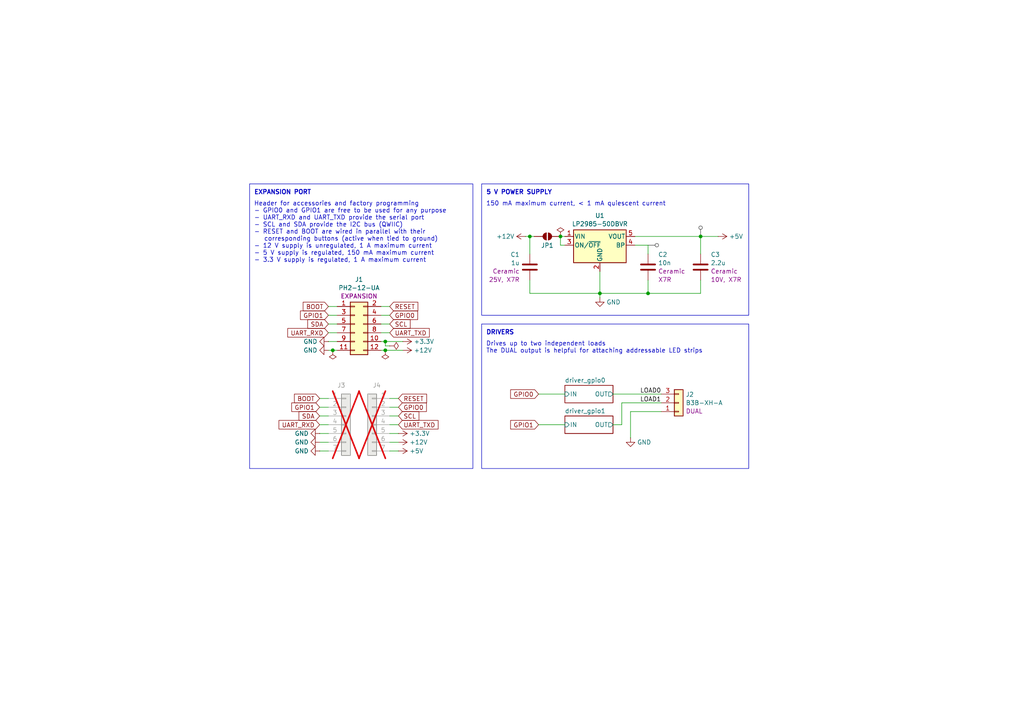
<source format=kicad_sch>
(kicad_sch (version 20231120) (generator "eeschema") (generator_version "8.0")
  (paper "A4")
  (title_block (title "Minuet Lighting and Load Accessory") (date "2025-02") (rev "2.1"))
  (lib_symbols
    (symbol "Connector_Generic:Conn_01x03" (pin_names (offset 1.016) hide)
      (property "Reference" "J" (at 0 5.08 0))
      (property "Value" "Conn_01x03" (at 0 -5.08 0))
      (symbol "Conn_01x03_1_1"
        (rectangle (start -1.27 -2.413) (end 0 -2.667) (stroke (width 0.1524)))
        (rectangle (start -1.27 0.127) (end 0 -0.127) (stroke (width 0.1524)))
        (rectangle (start -1.27 2.667) (end 0 2.413) (stroke (width 0.1524)))
        (rectangle (start -1.27 3.81) (end 1.27 -3.81) (stroke (width 0.254)) (fill (type background)))
        (pin passive line (at -5.08 2.54 0) (length 3.81) (name "Pin_1") (number "1"))
        (pin passive line (at -5.08 0 0) (length 3.81) (name "Pin_2") (number "2"))
        (pin passive line (at -5.08 -2.54 0) (length 3.81) (name "Pin_3") (number "3"))
      )
    )
    (symbol "Connector_Generic:Conn_01x07" (pin_names (offset 1.016) hide)
      (property "Reference" "J" (at 0 10.16 0))
      (property "Value" "Conn_01x07" (at 0 -10.16 0))
      (symbol "Conn_01x07_1_1"
        (rectangle (start -1.27 -7.493) (end 0 -7.747) (stroke (width 0.1524)))
        (rectangle (start -1.27 -4.953) (end 0 -5.207) (stroke (width 0.1524)))
        (rectangle (start -1.27 -2.413) (end 0 -2.667) (stroke (width 0.1524)))
        (rectangle (start -1.27 0.127) (end 0 -0.127) (stroke (width 0.1524)))
        (rectangle (start -1.27 2.667) (end 0 2.413) (stroke (width 0.1524)))
        (rectangle (start -1.27 5.207) (end 0 4.953) (stroke (width 0.1524)))
        (rectangle (start -1.27 7.747) (end 0 7.493) (stroke (width 0.1524)))
        (rectangle (start -1.27 8.89) (end 1.27 -8.89) (stroke (width 0.254)) (fill (type background)))
        (pin passive line (at -5.08 7.62 0) (length 3.81) (name "Pin_1") (number "1"))
        (pin passive line (at -5.08 5.08 0) (length 3.81) (name "Pin_2") (number "2"))
        (pin passive line (at -5.08 2.54 0) (length 3.81) (name "Pin_3") (number "3"))
        (pin passive line (at -5.08 0 0) (length 3.81) (name "Pin_4") (number "4"))
        (pin passive line (at -5.08 -2.54 0) (length 3.81) (name "Pin_5") (number "5"))
        (pin passive line (at -5.08 -5.08 0) (length 3.81) (name "Pin_6") (number "6"))
        (pin passive line (at -5.08 -7.62 0) (length 3.81) (name "Pin_7") (number "7"))
      )
    )
    (symbol "Connector_Generic:Conn_02x06_Odd_Even" (pin_names (offset 1.016) hide)
      (property "Reference" "J" (at 1.27 7.62 0))
      (property "Value" "Conn_02x06_Odd_Even" (at 1.27 -10.16 0))
      (symbol "Conn_02x06_Odd_Even_1_1"
        (rectangle (start -1.27 -7.493) (end 0 -7.747) (stroke (width 0.1524)))
        (rectangle (start -1.27 -4.953) (end 0 -5.207) (stroke (width 0.1524)))
        (rectangle (start -1.27 -2.413) (end 0 -2.667) (stroke (width 0.1524)))
        (rectangle (start -1.27 0.127) (end 0 -0.127) (stroke (width 0.1524)))
        (rectangle (start -1.27 2.667) (end 0 2.413) (stroke (width 0.1524)))
        (rectangle (start -1.27 5.207) (end 0 4.953) (stroke (width 0.1524)))
        (rectangle (start -1.27 6.35) (end 3.81 -8.89) (stroke (width 0.254)) (fill (type background)))
        (rectangle (start 3.81 -7.493) (end 2.54 -7.747) (stroke (width 0.1524)))
        (rectangle (start 3.81 -4.953) (end 2.54 -5.207) (stroke (width 0.1524)))
        (rectangle (start 3.81 -2.413) (end 2.54 -2.667) (stroke (width 0.1524)))
        (rectangle (start 3.81 0.127) (end 2.54 -0.127) (stroke (width 0.1524)))
        (rectangle (start 3.81 2.667) (end 2.54 2.413) (stroke (width 0.1524)))
        (rectangle (start 3.81 5.207) (end 2.54 4.953) (stroke (width 0.1524)))
        (pin passive line (at -5.08 5.08 0) (length 3.81) (name "Pin_1") (number "1"))
        (pin passive line (at 7.62 -5.08 180) (length 3.81) (name "Pin_10") (number "10"))
        (pin passive line (at -5.08 -7.62 0) (length 3.81) (name "Pin_11") (number "11"))
        (pin passive line (at 7.62 -7.62 180) (length 3.81) (name "Pin_12") (number "12"))
        (pin passive line (at 7.62 5.08 180) (length 3.81) (name "Pin_2") (number "2"))
        (pin passive line (at -5.08 2.54 0) (length 3.81) (name "Pin_3") (number "3"))
        (pin passive line (at 7.62 2.54 180) (length 3.81) (name "Pin_4") (number "4"))
        (pin passive line (at -5.08 0 0) (length 3.81) (name "Pin_5") (number "5"))
        (pin passive line (at 7.62 0 180) (length 3.81) (name "Pin_6") (number "6"))
        (pin passive line (at -5.08 -2.54 0) (length 3.81) (name "Pin_7") (number "7"))
        (pin passive line (at 7.62 -2.54 180) (length 3.81) (name "Pin_8") (number "8"))
        (pin passive line (at -5.08 -5.08 0) (length 3.81) (name "Pin_9") (number "9"))
      )
    )
    (symbol "Device:C" (pin_numbers hide) (pin_names (offset 0.254))
      (property "Reference" "C" (at 0.635 2.54 0))
      (property "Value" "C" (at 0.635 -2.54 0))
      (symbol "C_0_1"
        (polyline (pts (xy -2.032 -0.762) (xy 2.032 -0.762)) (stroke (width 0.508)))
        (polyline (pts (xy -2.032 0.762) (xy 2.032 0.762)) (stroke (width 0.508)))
      )
      (symbol "C_1_1"
        (pin passive line (at 0 3.81 270) (length 2.794) (name "~") (number "1"))
        (pin passive line (at 0 -3.81 90) (length 2.794) (name "~") (number "2"))
      )
    )
    (symbol "Jumper:SolderJumper_2_Open" (pin_numbers hide) (pin_names (offset 0) hide) (exclude_from_sim yes) (in_bom no)
      (property "Reference" "JP" (at 0 2.032 0))
      (property "Value" "SolderJumper_2_Open" (at 0 -2.54 0))
      (symbol "SolderJumper_2_Open_0_1"
        (arc (start -0.254 1.016) (mid -1.2656 0) (end -0.254 -1.016))
        (arc (start -0.254 1.016) (mid -1.2656 0) (end -0.254 -1.016) (fill (type outline)))
        (polyline (pts (xy -0.254 1.016) (xy -0.254 -1.016)))
        (polyline (pts (xy 0.254 1.016) (xy 0.254 -1.016)))
        (arc (start 0.254 -1.016) (mid 1.2656 0) (end 0.254 1.016))
        (arc (start 0.254 -1.016) (mid 1.2656 0) (end 0.254 1.016) (fill (type outline)))
      )
      (symbol "SolderJumper_2_Open_1_1"
        (pin passive line (at -3.81 0 0) (length 2.54) (name "A") (number "1"))
        (pin passive line (at 3.81 0 180) (length 2.54) (name "B") (number "2"))
      )
    )
    (symbol "Regulator_Linear:LP2985-5.0" (pin_names (offset 0.254))
      (property "Reference" "U" (at -6.35 5.715 0))
      (property "Value" "LP2985-5.0" (at 0 5.715 0))
      (symbol "LP2985-5.0_0_1"
        (rectangle (start -7.62 -5.08) (end 7.62 4.445) (stroke (width 0.254)) (fill (type background)))
      )
      (symbol "LP2985-5.0_1_1"
        (pin power_in line (at -10.16 2.54 0) (length 2.54) (name "VIN") (number "1"))
        (pin power_in line (at 0 -7.62 90) (length 2.54) (name "GND") (number "2"))
        (pin input line (at -10.16 0 0) (length 2.54) (name "ON/~{OFF}") (number "3"))
        (pin input line (at 10.16 0 180) (length 2.54) (name "BP") (number "4"))
        (pin power_out line (at 10.16 2.54 180) (length 2.54) (name "VOUT") (number "5"))
      )
    )
    (symbol "power:+12V" (power) (pin_numbers hide) (pin_names (offset 0) hide)
      (property "Value" "+12V" (at 0 3.556 0))
      (symbol "+12V_0_1"
        (polyline (pts (xy -0.762 1.27) (xy 0 2.54)))
        (polyline (pts (xy 0 0) (xy 0 2.54)))
        (polyline (pts (xy 0 2.54) (xy 0.762 1.27)))
      )
      (symbol "+12V_1_1"
        (pin power_in line (at 0 0 90) (length 0) (name "~") (number "1"))
      )
    )
    (symbol "power:+3.3V" (power) (pin_numbers hide) (pin_names (offset 0) hide)
      (property "Value" "+3.3V" (at 0 3.556 0))
      (symbol "+3.3V_0_1"
        (polyline (pts (xy -0.762 1.27) (xy 0 2.54)))
        (polyline (pts (xy 0 0) (xy 0 2.54)))
        (polyline (pts (xy 0 2.54) (xy 0.762 1.27)))
      )
      (symbol "+3.3V_1_1"
        (pin power_in line (at 0 0 90) (length 0) (name "~") (number "1"))
      )
    )
    (symbol "power:+5V" (power) (pin_numbers hide) (pin_names (offset 0) hide)
      (property "Value" "+5V" (at 0 3.556 0))
      (symbol "+5V_0_1"
        (polyline (pts (xy -0.762 1.27) (xy 0 2.54)))
        (polyline (pts (xy 0 0) (xy 0 2.54)))
        (polyline (pts (xy 0 2.54) (xy 0.762 1.27)))
      )
      (symbol "+5V_1_1"
        (pin power_in line (at 0 0 90) (length 0) (name "~") (number "1"))
      )
    )
    (symbol "power:GND" (power) (pin_numbers hide) (pin_names (offset 0) hide)
      (property "Value" "GND" (at 0 -3.81 0))
      (symbol "GND_0_1"
        (polyline (pts (xy 0 0) (xy 0 -1.27) (xy 1.27 -1.27) (xy 0 -2.54) (xy -1.27 -1.27) (xy 0 -1.27)))
      )
      (symbol "GND_1_1"
        (pin power_in line (at 0 0 270) (length 0) (name "~") (number "1"))
      )
    )
    (symbol "power:PWR_FLAG" (power) (pin_numbers hide) (pin_names (offset 0) hide)
      (property "Value" "PWR_FLAG" (at 0 3.81 0))
      (symbol "PWR_FLAG_0_0"
        (pin power_out line (at 0 0 90) (length 0) (name "~") (number "1"))
      )
      (symbol "PWR_FLAG_0_1"
        (polyline (pts (xy 0 0) (xy 0 1.27) (xy -1.016 1.905) (xy 0 2.54) (xy 1.016 1.905) (xy 0 1.27)))
      )
    )
  )
  (junction (at 187.96 85.09))
  (junction (at 111.76 99.06))
  (junction (at 153.67 68.58))
  (junction (at 111.76 101.6))
  (junction (at 203.2 68.58))
  (junction (at 96.52 101.6))
  (junction (at 162.56 68.58))
  (junction (at 173.99 85.09))
  (wire (pts (xy 97.79 96.52) (xy 95.25 96.52)))
  (wire (pts (xy 92.71 118.11) (xy 95.25 118.11)))
  (wire (pts (xy 203.2 85.09) (xy 203.2 81.28)))
  (wire (pts (xy 113.03 120.65) (xy 115.57 120.65)))
  (wire (pts (xy 184.15 71.12) (xy 187.96 71.12)))
  (wire (pts (xy 156.21 123.19) (xy 163.83 123.19)))
  (wire (pts (xy 187.96 71.12) (xy 187.96 73.66)))
  (wire (pts (xy 113.03 93.98) (xy 110.49 93.98)))
  (wire (pts (xy 153.67 68.58) (xy 153.67 73.66)))
  (wire (pts (xy 152.4 68.58) (xy 153.67 68.58)))
  (wire (pts (xy 113.03 115.57) (xy 115.57 115.57)))
  (wire (pts (xy 182.88 119.38) (xy 191.77 119.38)))
  (wire (pts (xy 191.77 116.84) (xy 180.34 116.84)))
  (wire (pts (xy 187.96 81.28) (xy 187.96 85.09)))
  (wire (pts (xy 203.2 68.58) (xy 203.2 73.66)))
  (wire (pts (xy 92.71 128.27) (xy 95.25 128.27)))
  (wire (pts (xy 203.2 68.58) (xy 208.28 68.58)))
  (wire (pts (xy 96.52 101.6) (xy 95.25 101.6)))
  (wire (pts (xy 184.15 68.58) (xy 203.2 68.58)))
  (wire (pts (xy 156.21 114.3) (xy 163.83 114.3)))
  (wire (pts (xy 187.96 85.09) (xy 203.2 85.09)))
  (wire (pts (xy 177.8 114.3) (xy 191.77 114.3)))
  (wire (pts (xy 162.56 68.58) (xy 163.83 68.58)))
  (wire (pts (xy 92.71 120.65) (xy 95.25 120.65)))
  (wire (pts (xy 111.76 99.06) (xy 111.76 100.33)))
  (wire (pts (xy 92.71 115.57) (xy 95.25 115.57)))
  (wire (pts (xy 97.79 91.44) (xy 95.25 91.44)))
  (wire (pts (xy 173.99 85.09) (xy 173.99 86.36)))
  (wire (pts (xy 92.71 123.19) (xy 95.25 123.19)))
  (wire (pts (xy 153.67 68.58) (xy 154.94 68.58)))
  (wire (pts (xy 180.34 116.84) (xy 180.34 123.19)))
  (wire (pts (xy 97.79 99.06) (xy 95.25 99.06)))
  (wire (pts (xy 113.03 130.81) (xy 115.57 130.81)))
  (wire (pts (xy 173.99 85.09) (xy 187.96 85.09)))
  (wire (pts (xy 110.49 101.6) (xy 111.76 101.6)))
  (wire (pts (xy 113.03 118.11) (xy 115.57 118.11)))
  (wire (pts (xy 113.03 88.9) (xy 110.49 88.9)))
  (wire (pts (xy 173.99 78.74) (xy 173.99 85.09)))
  (wire (pts (xy 97.79 93.98) (xy 95.25 93.98)))
  (wire (pts (xy 162.56 71.12) (xy 163.83 71.12)))
  (wire (pts (xy 113.03 96.52) (xy 110.49 96.52)))
  (wire (pts (xy 153.67 85.09) (xy 173.99 85.09)))
  (wire (pts (xy 113.03 128.27) (xy 115.57 128.27)))
  (wire (pts (xy 97.79 88.9) (xy 95.25 88.9)))
  (wire (pts (xy 162.56 68.58) (xy 162.56 71.12)))
  (wire (pts (xy 97.79 101.6) (xy 96.52 101.6)))
  (wire (pts (xy 153.67 81.28) (xy 153.67 85.09)))
  (wire (pts (xy 111.76 100.33) (xy 113.03 100.33)))
  (wire (pts (xy 111.76 99.06) (xy 116.84 99.06)))
  (wire (pts (xy 113.03 123.19) (xy 115.57 123.19)))
  (wire (pts (xy 92.71 125.73) (xy 95.25 125.73)))
  (wire (pts (xy 111.76 99.06) (xy 110.49 99.06)))
  (wire (pts (xy 177.8 123.19) (xy 180.34 123.19)))
  (wire (pts (xy 92.71 130.81) (xy 95.25 130.81)))
  (wire (pts (xy 113.03 125.73) (xy 115.57 125.73)))
  (wire (pts (xy 182.88 119.38) (xy 182.88 127)))
  (wire (pts (xy 111.76 101.6) (xy 116.84 101.6)))
  (wire (pts (xy 113.03 91.44) (xy 110.49 91.44)))
  (rectangle (start 139.7 93.98) (end 217.17 135.89))
  (rectangle (start 139.7 53.34) (end 217.17 91.44))
  (rectangle (start 72.39 53.34) (end 137.16 135.89))
  (text "Drives up to two independent loads\nThe DUAL output is helpful for attaching addressable LED strips" (at 140.97 99.06 0) (effects (font (size 1.27 1.27)) (justify left top)))
  (text "EXPANSION PORT" (at 73.66 55.88 0) (effects (font (size 1.27 1.27) (thickness 0.254) (bold yes)) (justify left)))
  (text "DRIVERS" (at 140.97 96.52 0) (effects (font (size 1.27 1.27) (thickness 0.254) (bold yes)) (justify left)))
  (text "Header for accessories and factory programming\n- GPIO0 and GPIO1 are free to be used for any purpose\n- UART_RXD and UART_TXD provide the serial port\n- SCL and SDA provide the I2C bus (QWIIC)\n- RESET and BOOT are wired in parallel with their\n   corresponding buttons (active when tied to ground)\n- 12 V supply is unregulated, 1 A maximum current\n- 5 V supply is regulated, 150 mA maximum current\n- 3.3 V supply is regulated, 1 A maximum current" (at 73.66 58.42 0) (effects (font (size 1.27 1.27)) (justify left top)))
  (text "150 mA maximum current, < 1 mA quiescent current" (at 140.97 58.42 0) (effects (font (size 1.27 1.27)) (justify left top)))
  (text "5 V POWER SUPPLY" (at 140.97 55.88 0) (effects (font (size 1.27 1.27) (thickness 0.254) (bold yes)) (justify left)))
  (label "LOAD1" (at 191.77 116.84 180))
  (label "LOAD0" (at 191.77 114.3 180))
  (global_label "GPIO0" (shape input) (at 113.03 91.44 0) (property "Intersheetrefs" "${INTERSHEET_REFS}" (effects (hide yes))))
  (global_label "SDA" (shape input) (at 95.25 93.98 180) (property "Intersheetrefs" "${INTERSHEET_REFS}" (effects (hide yes))))
  (global_label "UART_RXD" (shape input) (at 92.71 123.19 180) (property "Intersheetrefs" "${INTERSHEET_REFS}" (effects (hide yes))))
  (global_label "SCL" (shape input) (at 115.57 120.65 0) (property "Intersheetrefs" "${INTERSHEET_REFS}" (effects (hide yes))))
  (global_label "UART_TXD" (shape input) (at 115.57 123.19 0) (property "Intersheetrefs" "${INTERSHEET_REFS}" (effects (hide yes))))
  (global_label "GPIO0" (shape input) (at 115.57 118.11 0) (property "Intersheetrefs" "${INTERSHEET_REFS}" (effects (hide yes))))
  (global_label "GPIO1" (shape input) (at 95.25 91.44 180) (property "Intersheetrefs" "${INTERSHEET_REFS}" (effects (hide yes))))
  (global_label "BOOT" (shape input) (at 95.25 88.9 180) (property "Intersheetrefs" "${INTERSHEET_REFS}" (effects (hide yes))))
  (global_label "GPIO0" (shape input) (at 156.21 114.3 180) (property "Intersheetrefs" "${INTERSHEET_REFS}" (effects (hide yes))))
  (global_label "UART_RXD" (shape input) (at 95.25 96.52 180) (property "Intersheetrefs" "${INTERSHEET_REFS}" (effects (hide yes))))
  (global_label "GPIO1" (shape input) (at 92.71 118.11 180) (property "Intersheetrefs" "${INTERSHEET_REFS}" (effects (hide yes))))
  (global_label "UART_TXD" (shape input) (at 113.03 96.52 0) (property "Intersheetrefs" "${INTERSHEET_REFS}" (effects (hide yes))))
  (global_label "GPIO1" (shape input) (at 156.21 123.19 180) (property "Intersheetrefs" "${INTERSHEET_REFS}" (effects (hide yes))))
  (global_label "RESET" (shape input) (at 115.57 115.57 0) (property "Intersheetrefs" "${INTERSHEET_REFS}" (effects (hide yes))))
  (global_label "RESET" (shape input) (at 113.03 88.9 0) (property "Intersheetrefs" "${INTERSHEET_REFS}" (effects (hide yes))))
  (global_label "BOOT" (shape input) (at 92.71 115.57 180) (property "Intersheetrefs" "${INTERSHEET_REFS}" (effects (hide yes))))
  (global_label "SDA" (shape input) (at 92.71 120.65 180) (property "Intersheetrefs" "${INTERSHEET_REFS}" (effects (hide yes))))
  (global_label "SCL" (shape input) (at 113.03 93.98 0) (property "Intersheetrefs" "${INTERSHEET_REFS}" (effects (hide yes))))
  (netclass_flag "" (length 2.54) (shape round) (at 203.2 68.58 0) (property "Netclass" "Power" (effects (hide yes))))
  (netclass_flag "" (length 2.54) (shape round) (at 187.96 71.12 270) (property "Netclass" "Power" (effects (hide yes))))
  (symbol (lib_id "Regulator_Linear:LP2985-5.0") (at 173.99 71.12 0) (unit 1)
    (property "Reference" "U1" (at 173.99 62.5305 0))
    (property "Value" "LP2985-50DBVR" (at 173.99 64.9548 0))
    (property "Footprint" "Package_TO_SOT_SMD:SOT-23-5_HandSoldering" (effects (hide yes)))
    (property "Datasheet" "http://www.ti.com/lit/ds/symlink/lp2985.pdf" (effects (hide yes)))
    (property "Description" "150mA 16V Low-noise Low-dropout Regulator With Shutdown, 5.0V output voltage, SOT-23-5" (effects (hide yes)))
  )
  (symbol (lib_id "power:+5V") (at 115.57 130.81 270) (unit 1)
    (property "Reference" "#PWR014" (effects (hide yes)))
    (property "Value" "+5V" (at 118.745 130.81 90) (effects (justify left)))
    (property "Description" "Power symbol creates a global label with name \"+5V\"" (effects (hide yes)))
  )
  (symbol (lib_id "power:GND") (at 95.25 101.6 270) (mirror x) (unit 1)
    (property "Reference" "#PWR06" (effects (hide yes)))
    (property "Value" "GND" (at 92.0751 101.6 90) (effects (justify right)))
    (property "Description" "Power symbol creates a global label with name \"GND\" , ground" (effects (hide yes)))
  )
  (symbol (lib_id "power:PWR_FLAG") (at 113.03 100.33 270) (unit 1)
    (property "Reference" "#FLG02" (effects (hide yes)))
    (property "Value" "PWR_FLAG" (effects (hide yes)))
    (property "Description" "Special symbol for telling ERC where power comes from" (effects (hide yes)))
  )
  (symbol (lib_id "Connector_Generic:Conn_01x07") (at 100.33 123.19 0) (unit 1) (in_bom no) (dnp yes)
    (property "Reference" "J3" (at 97.79 111.76 0) (effects (justify left)))
    (property "Value" "Conn_01x07" (effects (hide yes)))
    (property "Footprint" "Generic:Pins_1x07" (effects (hide yes)))
    (property "Description" "Generic connector, single row, 01x07, script generated (kicad-library-utils/schlib/autogen/connector/)" (effects (hide yes)))
  )
  (symbol (lib_id "Device:C") (at 203.2 77.47 180) (unit 1)
    (property "Reference" "C3" (at 206.121 73.8335 0) (effects (justify right)))
    (property "Value" "2.2u" (at 206.121 76.2578 0) (effects (justify right)))
    (property "Footprint" "Capacitor_SMD:C_0603_1608Metric_Pad1.08x0.95mm_HandSolder" (effects (hide yes)))
    (property "Description" "Unpolarized capacitor" (effects (hide yes)))
    (property "Type" "Ceramic" (at 206.121 78.6821 0) (effects (justify right)))
    (property "Rating" "10V, X7R" (at 206.121 81.1064 0) (effects (justify right)))
  )
  (symbol (lib_id "power:+12V") (at 152.4 68.58 90) (unit 1)
    (property "Reference" "#PWR01" (effects (hide yes)))
    (property "Value" "+12V" (at 149.225 68.58 90) (effects (justify left)))
    (property "Description" "Power symbol creates a global label with name \"+12V\"" (effects (hide yes)))
  )
  (symbol (lib_id "Connector_Generic:Conn_02x06_Odd_Even") (at 102.87 93.98 0) (unit 1)
    (property "Reference" "J1" (at 104.14 81.0613 0))
    (property "Value" "PH2-12-UA" (at 104.14 83.4856 0))
    (property "Footprint" "Connector_PinHeader_2.54mm:PinHeader_2x06_P2.54mm_Vertical" (effects (hide yes)))
    (property "Datasheet" "https://app.adam-tech.com/products/download/data_sheet/202065/ph2-xx-ua-data-sheet.pdf" (effects (hide yes)))
    (property "Description" "Generic connector, double row, 02x06, odd/even pin numbering scheme (row 1 odd numbers, row 2 even numbers), script generated (kicad-library-utils/schlib/autogen/connector/)" (effects (hide yes)))
    (property "Label" "EXPANSION" (at 104.14 85.9099 0))
  )
  (symbol (lib_id "power:PWR_FLAG") (at 162.56 68.58 0) (unit 1)
    (property "Reference" "#FLG01" (effects (hide yes)))
    (property "Value" "PWR_FLAG" (effects (hide yes)))
    (property "Description" "Special symbol for telling ERC where power comes from" (effects (hide yes)))
  )
  (symbol (lib_id "power:+12V") (at 116.84 101.6 270) (mirror x) (unit 1)
    (property "Reference" "#PWR07" (effects (hide yes)))
    (property "Value" "+12V" (at 120.015 101.6 90) (effects (justify left)))
    (property "Description" "Power symbol creates a global label with name \"+12V\"" (effects (hide yes)))
  )
  (symbol (lib_id "power:PWR_FLAG") (at 111.76 101.6 180) (unit 1)
    (property "Reference" "#FLG04" (effects (hide yes)))
    (property "Value" "PWR_FLAG" (effects (hide yes)))
    (property "Description" "Special symbol for telling ERC where power comes from" (effects (hide yes)))
  )
  (symbol (lib_id "power:GND") (at 92.71 128.27 270) (mirror x) (unit 1)
    (property "Reference" "#PWR011" (effects (hide yes)))
    (property "Value" "GND" (at 89.5351 128.27 90) (effects (justify right)))
    (property "Description" "Power symbol creates a global label with name \"GND\" , ground" (effects (hide yes)))
  )
  (symbol (lib_id "Connector_Generic:Conn_01x07") (at 107.95 123.19 0) (mirror y) (unit 1) (in_bom no) (dnp yes)
    (property "Reference" "J4" (at 110.49 111.76 0) (effects (justify left)))
    (property "Value" "Conn_01x07" (effects (hide yes)))
    (property "Footprint" "Generic:Pins_1x07" (effects (hide yes)))
    (property "Description" "Generic connector, single row, 01x07, script generated (kicad-library-utils/schlib/autogen/connector/)" (effects (hide yes)))
  )
  (symbol (lib_id "Jumper:SolderJumper_2_Open") (at 158.75 68.58 0) (unit 1) (exclude_from_sim yes) (in_bom no)
    (property "Reference" "JP1" (at 158.75 71.1891 0))
    (property "Value" "SolderJumper_2_Open" (effects (hide yes)))
    (property "Footprint" "Jumper:SolderJumper-2_P1.3mm_Open_TrianglePad1.0x1.5mm" (effects (hide yes)))
    (property "Description" "Solder Jumper, 2-pole, open" (effects (hide yes)))
  )
  (symbol (lib_id "power:GND") (at 182.88 127 0) (unit 1)
    (property "Reference" "#PWR010" (effects (hide yes)))
    (property "Value" "GND" (at 184.785 128.27 0) (effects (justify left)))
    (property "Description" "Power symbol creates a global label with name \"GND\" , ground" (effects (hide yes)))
  )
  (symbol (lib_id "power:+3.3V") (at 116.84 99.06 270) (mirror x) (unit 1)
    (property "Reference" "#PWR05" (effects (hide yes)))
    (property "Value" "+3.3V" (at 120.015 99.06 90) (effects (justify left)))
    (property "Description" "Power symbol creates a global label with name \"+3.3V\"" (effects (hide yes)))
  )
  (symbol (lib_id "Device:C") (at 153.67 77.47 0) (mirror y) (unit 1)
    (property "Reference" "C1" (at 150.749 73.8335 0) (effects (justify left)))
    (property "Value" "1u" (at 150.749 76.2578 0) (effects (justify left)))
    (property "Footprint" "Capacitor_SMD:C_0603_1608Metric_Pad1.08x0.95mm_HandSolder" (effects (hide yes)))
    (property "Description" "Unpolarized capacitor" (effects (hide yes)))
    (property "Type" "Ceramic" (at 150.749 78.6821 0) (effects (justify left)))
    (property "Rating" "25V, X7R" (at 150.749 81.1064 0) (effects (justify left)))
  )
  (symbol (lib_id "Device:C") (at 187.96 77.47 180) (unit 1)
    (property "Reference" "C2" (at 190.881 73.8335 0) (effects (justify right)))
    (property "Value" "10n" (at 190.881 76.2578 0) (effects (justify right)))
    (property "Footprint" "Capacitor_SMD:C_0603_1608Metric_Pad1.08x0.95mm_HandSolder" (effects (hide yes)))
    (property "Description" "Unpolarized capacitor" (effects (hide yes)))
    (property "Type" "Ceramic" (at 190.881 78.6821 0) (effects (justify right)))
    (property "Rating" "X7R" (at 190.881 81.1064 0) (effects (justify right)))
  )
  (symbol (lib_id "power:GND") (at 92.71 130.81 270) (mirror x) (unit 1)
    (property "Reference" "#PWR013" (effects (hide yes)))
    (property "Value" "GND" (at 89.5351 130.81 90) (effects (justify right)))
    (property "Description" "Power symbol creates a global label with name \"GND\" , ground" (effects (hide yes)))
  )
  (symbol (lib_id "power:+12V") (at 115.57 128.27 270) (mirror x) (unit 1)
    (property "Reference" "#PWR012" (effects (hide yes)))
    (property "Value" "+12V" (at 118.745 128.27 90) (effects (justify left)))
    (property "Description" "Power symbol creates a global label with name \"+12V\"" (effects (hide yes)))
  )
  (symbol (lib_id "Connector_Generic:Conn_01x03") (at 196.85 116.84 0) (mirror x) (unit 1)
    (property "Reference" "J2" (at 198.882 114.4157 0) (effects (justify left)))
    (property "Value" "B3B-XH-A" (at 198.882 116.84 0) (effects (justify left)))
    (property "Footprint" "Connector_JST:JST_XH_B3B-XH-A_1x03_P2.50mm_Vertical" (effects (hide yes)))
    (property "Description" "Generic connector, single row, 01x03, script generated (kicad-library-utils/schlib/autogen/connector/)" (effects (hide yes)))
    (property "Label" "DUAL" (at 198.882 119.2643 0) (effects (justify left)))
  )
  (symbol (lib_id "power:GND") (at 173.99 86.36 0) (unit 1)
    (property "Reference" "#PWR03" (effects (hide yes)))
    (property "Value" "GND" (at 175.895 87.63 0) (effects (justify left)))
    (property "Description" "Power symbol creates a global label with name \"GND\" , ground" (effects (hide yes)))
  )
  (symbol (lib_id "power:GND") (at 92.71 125.73 270) (mirror x) (unit 1)
    (property "Reference" "#PWR08" (effects (hide yes)))
    (property "Value" "GND" (at 89.5351 125.73 90) (effects (justify right)))
    (property "Description" "Power symbol creates a global label with name \"GND\" , ground" (effects (hide yes)))
  )
  (symbol (lib_id "power:GND") (at 95.25 99.06 270) (mirror x) (unit 1)
    (property "Reference" "#PWR04" (effects (hide yes)))
    (property "Value" "GND" (at 92.0751 99.06 90) (effects (justify right)))
    (property "Description" "Power symbol creates a global label with name \"GND\" , ground" (effects (hide yes)))
  )
  (symbol (lib_id "power:PWR_FLAG") (at 96.52 101.6 180) (unit 1)
    (property "Reference" "#FLG03" (effects (hide yes)))
    (property "Value" "PWR_FLAG" (effects (hide yes)))
    (property "Description" "Special symbol for telling ERC where power comes from" (effects (hide yes)))
  )
  (symbol (lib_id "power:+3.3V") (at 115.57 125.73 270) (mirror x) (unit 1)
    (property "Reference" "#PWR09" (effects (hide yes)))
    (property "Value" "+3.3V" (at 118.745 125.73 90) (effects (justify left)))
    (property "Description" "Power symbol creates a global label with name \"+3.3V\"" (effects (hide yes)))
  )
  (symbol (lib_id "power:+5V") (at 208.28 68.58 270) (unit 1)
    (property "Reference" "#PWR02" (effects (hide yes)))
    (property "Value" "+5V" (at 211.455 68.58 90) (effects (justify left)))
    (property "Description" "Power symbol creates a global label with name \"+5V\"" (effects (hide yes)))
  )
  (sheet (at 163.83 111.76) (size 13.97 5.08) (stroke (width 0.1524))
    (property "Sheetname" "driver_gpio0" (at 163.83 111.0484 0) (effects (justify left bottom)))
    (property "Sheetfile" "driver.kicad_sch" (effects (hide yes)))
    (pin "OUT" output (at 177.8 114.3 0))
    (pin "IN" input (at 163.83 114.3 180))
  )
  (sheet (at 163.83 120.65) (size 13.97 5.08) (stroke (width 0.1524))
    (property "Sheetname" "driver_gpio1" (at 163.83 119.9384 0) (effects (justify left bottom)))
    (property "Sheetfile" "driver.kicad_sch" (effects (hide yes)))
    (pin "OUT" output (at 177.8 123.19 0))
    (pin "IN" input (at 163.83 123.19 180))
  )
)
</source>
